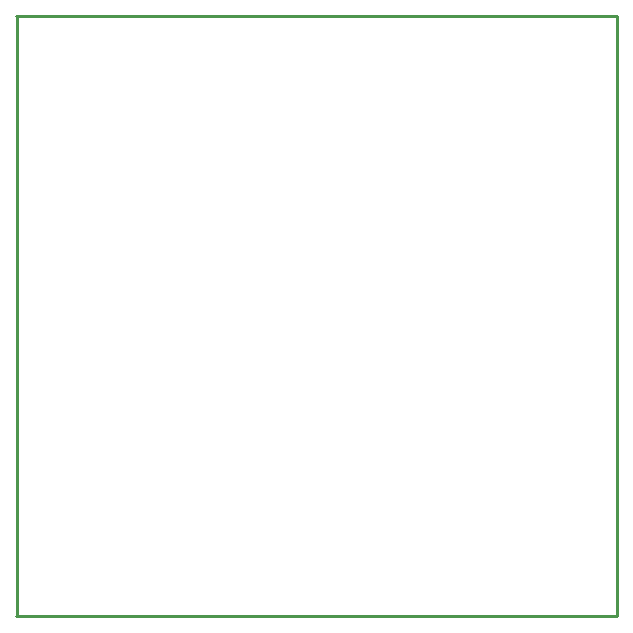
<source format=gko>
G04*
G04 #@! TF.GenerationSoftware,Altium Limited,Altium Designer,19.1.8 (144)*
G04*
G04 Layer_Color=16711935*
%FSLAX25Y25*%
%MOIN*%
G70*
G01*
G75*
%ADD11C,0.01000*%
D11*
X0Y200051D02*
G03*
X-27Y200025I0J-27D01*
G01*
X200026D02*
G03*
X200000Y200051I-27J0D01*
G01*
Y-1D02*
G03*
X200026Y25I0J27D01*
G01*
X-27D02*
G03*
X0Y-1I27J0D01*
G01*
Y25D02*
Y200025D01*
Y200051D02*
X200000D01*
X200026Y25D02*
Y200025D01*
X0Y-1D02*
X200000D01*
M02*

</source>
